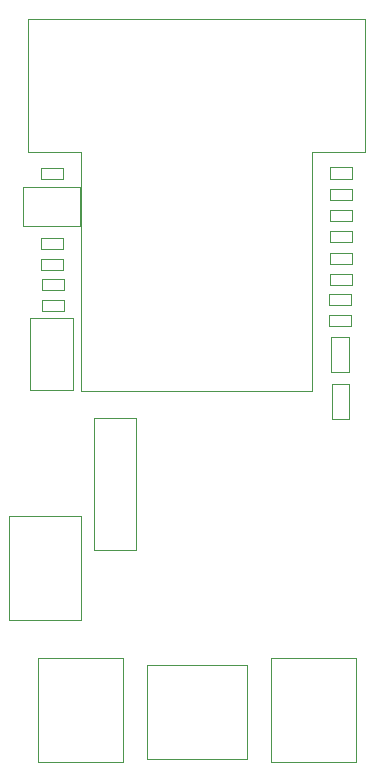
<source format=gbr>
G04 #@! TF.GenerationSoftware,KiCad,Pcbnew,(5.1.4)-1*
G04 #@! TF.CreationDate,2020-06-22T02:05:19+08:00*
G04 #@! TF.ProjectId,esp-break,6573702d-6272-4656-916b-2e6b69636164,rev?*
G04 #@! TF.SameCoordinates,Original*
G04 #@! TF.FileFunction,Other,User*
%FSLAX46Y46*%
G04 Gerber Fmt 4.6, Leading zero omitted, Abs format (unit mm)*
G04 Created by KiCad (PCBNEW (5.1.4)-1) date 2020-06-22 02:05:19*
%MOMM*%
%LPD*%
G04 APERTURE LIST*
%ADD10C,0.050000*%
G04 APERTURE END LIST*
D10*
X129730000Y-59093200D02*
X127870000Y-59093200D01*
X129730000Y-58153200D02*
X129730000Y-59093200D01*
X127870000Y-58153200D02*
X129730000Y-58153200D01*
X127870000Y-59093200D02*
X127870000Y-58153200D01*
X106725000Y-59775000D02*
X101925000Y-59775000D01*
X101925000Y-59775000D02*
X101925000Y-63075000D01*
X101925000Y-63075000D02*
X106725000Y-63075000D01*
X106725000Y-63075000D02*
X106725000Y-59775000D01*
X112400000Y-100275000D02*
X120900000Y-100275000D01*
X112400000Y-108275000D02*
X112400000Y-100275000D01*
X120900000Y-108275000D02*
X112400000Y-108275000D01*
X120900000Y-100275000D02*
X120900000Y-108275000D01*
X102500000Y-70875000D02*
X102500000Y-77025000D01*
X102500000Y-77025000D02*
X106100000Y-77025000D01*
X106100000Y-77025000D02*
X106100000Y-70875000D01*
X106100000Y-70875000D02*
X102500000Y-70875000D01*
X103200000Y-99700000D02*
X103200000Y-108500000D01*
X110400000Y-99700000D02*
X103200000Y-99700000D01*
X110400000Y-108500000D02*
X110400000Y-99700000D01*
X103200000Y-108500000D02*
X110400000Y-108500000D01*
X129730000Y-63555000D02*
X129730000Y-64495000D01*
X129730000Y-64495000D02*
X127870000Y-64495000D01*
X127870000Y-64495000D02*
X127870000Y-63555000D01*
X127870000Y-63555000D02*
X129730000Y-63555000D01*
X127870000Y-61780000D02*
X129730000Y-61780000D01*
X127870000Y-62720000D02*
X127870000Y-61780000D01*
X129730000Y-62720000D02*
X127870000Y-62720000D01*
X129730000Y-61780000D02*
X129730000Y-62720000D01*
X103495000Y-70295000D02*
X103495000Y-69355000D01*
X103495000Y-69355000D02*
X105355000Y-69355000D01*
X105355000Y-69355000D02*
X105355000Y-70295000D01*
X105355000Y-70295000D02*
X103495000Y-70295000D01*
X103445000Y-58180000D02*
X105305000Y-58180000D01*
X103445000Y-59120000D02*
X103445000Y-58180000D01*
X105305000Y-59120000D02*
X103445000Y-59120000D01*
X105305000Y-58180000D02*
X105305000Y-59120000D01*
X105305000Y-65045000D02*
X103445000Y-65045000D01*
X105305000Y-64105000D02*
X105305000Y-65045000D01*
X103445000Y-64105000D02*
X105305000Y-64105000D01*
X103445000Y-65045000D02*
X103445000Y-64105000D01*
X103445000Y-66820000D02*
X103445000Y-65880000D01*
X103445000Y-65880000D02*
X105305000Y-65880000D01*
X105305000Y-65880000D02*
X105305000Y-66820000D01*
X105305000Y-66820000D02*
X103445000Y-66820000D01*
X127820000Y-70655000D02*
X129680000Y-70655000D01*
X127820000Y-71595000D02*
X127820000Y-70655000D01*
X129680000Y-71595000D02*
X127820000Y-71595000D01*
X129680000Y-70655000D02*
X129680000Y-71595000D01*
X129705000Y-68880000D02*
X129705000Y-69820000D01*
X129705000Y-69820000D02*
X127845000Y-69820000D01*
X127845000Y-69820000D02*
X127845000Y-68880000D01*
X127845000Y-68880000D02*
X129705000Y-68880000D01*
X127870000Y-67155000D02*
X129730000Y-67155000D01*
X127870000Y-68095000D02*
X127870000Y-67155000D01*
X129730000Y-68095000D02*
X127870000Y-68095000D01*
X129730000Y-67155000D02*
X129730000Y-68095000D01*
X129730000Y-65355000D02*
X129730000Y-66295000D01*
X129730000Y-66295000D02*
X127870000Y-66295000D01*
X127870000Y-66295000D02*
X127870000Y-65355000D01*
X127870000Y-65355000D02*
X129730000Y-65355000D01*
X129480000Y-75455000D02*
X128020000Y-75455000D01*
X128020000Y-75455000D02*
X128020000Y-72495000D01*
X128020000Y-72495000D02*
X129480000Y-72495000D01*
X129480000Y-72495000D02*
X129480000Y-75455000D01*
X107925000Y-79325000D02*
X111475000Y-79325000D01*
X111475000Y-79325000D02*
X111475000Y-90525000D01*
X111475000Y-90525000D02*
X107925000Y-90525000D01*
X107925000Y-90525000D02*
X107925000Y-79325000D01*
X129505000Y-79430000D02*
X128045000Y-79430000D01*
X128045000Y-79430000D02*
X128045000Y-76470000D01*
X128045000Y-76470000D02*
X129505000Y-76470000D01*
X129505000Y-76470000D02*
X129505000Y-79430000D01*
X105355000Y-67630000D02*
X105355000Y-68570000D01*
X105355000Y-68570000D02*
X103495000Y-68570000D01*
X103495000Y-68570000D02*
X103495000Y-67630000D01*
X103495000Y-67630000D02*
X105355000Y-67630000D01*
X127870000Y-59955000D02*
X129730000Y-59955000D01*
X127870000Y-60895000D02*
X127870000Y-59955000D01*
X129730000Y-60895000D02*
X127870000Y-60895000D01*
X129730000Y-59955000D02*
X129730000Y-60895000D01*
X106836000Y-77048000D02*
X106836000Y-56828000D01*
X106836000Y-77048000D02*
X126336000Y-77048000D01*
X126336000Y-56828000D02*
X126336000Y-77048000D01*
X102336000Y-45548000D02*
X130836000Y-45548000D01*
X102336000Y-45548000D02*
X102336000Y-56828000D01*
X130836000Y-45548000D02*
X130836000Y-56828000D01*
X102336000Y-56828000D02*
X106836000Y-56828000D01*
X126336000Y-56828000D02*
X130836000Y-56828000D01*
X122900000Y-99675000D02*
X122900000Y-108475000D01*
X130100000Y-99675000D02*
X122900000Y-99675000D01*
X130100000Y-108475000D02*
X130100000Y-99675000D01*
X122900000Y-108475000D02*
X130100000Y-108475000D01*
X100735000Y-87650000D02*
X100735000Y-96450000D01*
X106835000Y-96450000D02*
X100735000Y-96450000D01*
X106835000Y-87650000D02*
X106835000Y-96450000D01*
X100735000Y-87650000D02*
X106835000Y-87650000D01*
M02*

</source>
